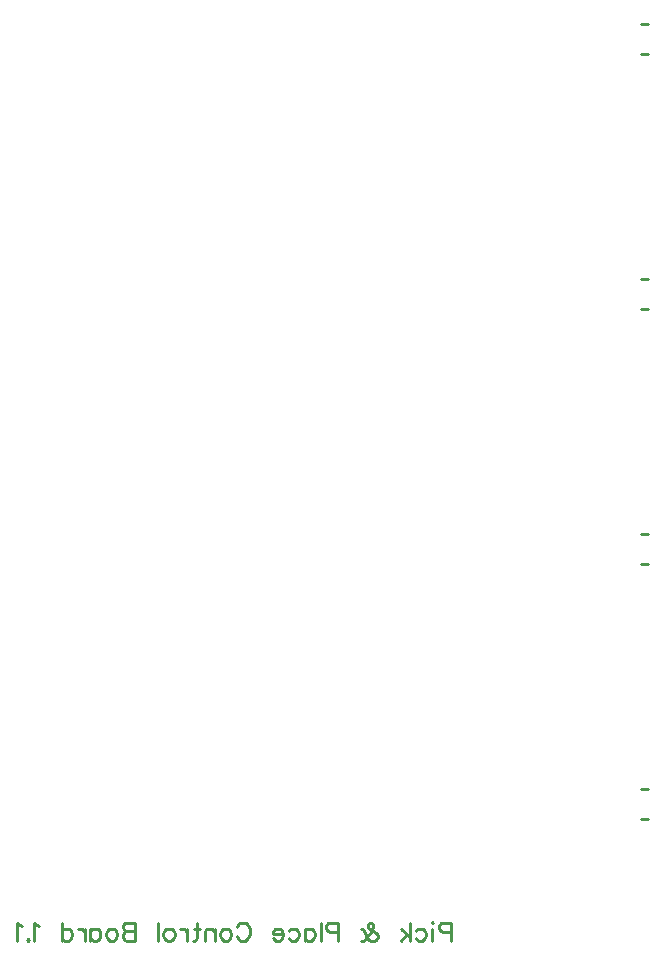
<source format=gbr>
G04 DipTrace Beta 2.3.5.2*
%INBottomSilk.gbr*%
%MOMM*%
%ADD10C,0.25*%
%ADD68C,0.235*%
%FSLAX53Y53*%
G04*
G71*
G90*
G75*
G01*
%LNBotSilk*%
%LPD*%
X74443Y87650D2*
D10*
X75042D1*
X74443Y90150D2*
X75042D1*
X74443Y22880D2*
X75042D1*
X74443Y25380D2*
X75042D1*
X74443Y44470D2*
X75042D1*
X74443Y46970D2*
X75042D1*
X74443Y66060D2*
X75042D1*
X74443Y68560D2*
X75042D1*
X58356Y13271D2*
D68*
X57699D1*
X57481Y13343D1*
X57407Y13417D1*
X57335Y13562D1*
Y13781D1*
X57407Y13926D1*
X57481Y14000D1*
X57699Y14073D1*
X58356D1*
Y12541D1*
X56864Y14073D2*
X56792Y14000D1*
X56718Y14073D1*
X56792Y14147D1*
X56864Y14073D1*
X56792Y13562D2*
Y12541D1*
X55371Y13343D2*
X55518Y13490D1*
X55664Y13562D1*
X55882D1*
X56028Y13490D1*
X56173Y13343D1*
X56247Y13124D1*
Y12979D1*
X56173Y12760D1*
X56028Y12616D1*
X55882Y12541D1*
X55664D1*
X55518Y12616D1*
X55371Y12760D1*
X54901Y14073D2*
Y12541D1*
X54171Y13562D2*
X54901Y12833D1*
X54609Y13124D2*
X54099Y12541D1*
X50762Y13562D2*
X50836D1*
X50909Y13488D1*
X50981Y13343D1*
X51128Y12979D1*
X51272Y12760D1*
X51417Y12614D1*
X51564Y12541D1*
X51855D1*
X52000Y12614D1*
X52074Y12688D1*
X52147Y12833D1*
Y12979D1*
X52074Y13124D1*
X52000Y13197D1*
X51491Y13488D1*
X51417Y13562D1*
X51345Y13707D1*
Y13854D1*
X51417Y13999D1*
X51564Y14071D1*
X51709Y13999D1*
X51783Y13854D1*
Y13707D1*
X51709Y13488D1*
X51564Y13271D1*
X51200Y12760D1*
X51053Y12614D1*
X50909Y12541D1*
X50762D1*
X48810Y13271D2*
X48153D1*
X47936Y13343D1*
X47862Y13417D1*
X47789Y13562D1*
Y13781D1*
X47862Y13926D1*
X47936Y14000D1*
X48153Y14073D1*
X48810D1*
Y12541D1*
X47319Y14073D2*
Y12541D1*
X45974Y13562D2*
Y12541D1*
Y13343D2*
X46119Y13490D1*
X46265Y13562D1*
X46482D1*
X46629Y13490D1*
X46774Y13343D1*
X46848Y13124D1*
Y12979D1*
X46774Y12760D1*
X46629Y12616D1*
X46482Y12541D1*
X46265D1*
X46119Y12616D1*
X45974Y12760D1*
X44627Y13343D2*
X44774Y13490D1*
X44920Y13562D1*
X45138D1*
X45284Y13490D1*
X45429Y13343D1*
X45503Y13124D1*
Y12979D1*
X45429Y12760D1*
X45284Y12616D1*
X45138Y12541D1*
X44920D1*
X44774Y12616D1*
X44627Y12760D1*
X44156Y13124D2*
X43282D1*
Y13271D1*
X43355Y13417D1*
X43427Y13490D1*
X43574Y13562D1*
X43793D1*
X43937Y13490D1*
X44084Y13343D1*
X44156Y13124D1*
Y12979D1*
X44084Y12760D1*
X43937Y12616D1*
X43793Y12541D1*
X43574D1*
X43427Y12616D1*
X43282Y12760D1*
X40237Y13709D2*
X40309Y13854D1*
X40456Y14000D1*
X40601Y14073D1*
X40892D1*
X41039Y14000D1*
X41184Y13854D1*
X41258Y13709D1*
X41330Y13490D1*
Y13124D1*
X41258Y12907D1*
X41184Y12760D1*
X41039Y12616D1*
X40892Y12541D1*
X40601D1*
X40456Y12616D1*
X40309Y12760D1*
X40237Y12907D1*
X39402Y13562D2*
X39547Y13490D1*
X39694Y13343D1*
X39766Y13124D1*
Y12979D1*
X39694Y12760D1*
X39547Y12616D1*
X39402Y12541D1*
X39183D1*
X39037Y12616D1*
X38892Y12760D1*
X38818Y12979D1*
Y13124D1*
X38892Y13343D1*
X39037Y13490D1*
X39183Y13562D1*
X39402D1*
X38347D2*
Y12541D1*
Y13271D2*
X38128Y13490D1*
X37982Y13562D1*
X37764D1*
X37618Y13490D1*
X37545Y13271D1*
Y12541D1*
X36856Y14073D2*
Y12833D1*
X36783Y12616D1*
X36637Y12541D1*
X36492D1*
X37075Y13562D2*
X36564D1*
X36021D2*
Y12541D1*
Y13124D2*
X35947Y13343D1*
X35802Y13490D1*
X35656Y13562D1*
X35437D1*
X34602D2*
X34747Y13490D1*
X34894Y13343D1*
X34966Y13124D1*
Y12979D1*
X34894Y12760D1*
X34747Y12616D1*
X34602Y12541D1*
X34383D1*
X34237Y12616D1*
X34092Y12760D1*
X34018Y12979D1*
Y13124D1*
X34092Y13343D1*
X34237Y13490D1*
X34383Y13562D1*
X34602D1*
X33547Y14073D2*
Y12541D1*
X31595Y14073D2*
Y12541D1*
X30938D1*
X30719Y12616D1*
X30647Y12688D1*
X30574Y12833D1*
Y13052D1*
X30647Y13198D1*
X30719Y13271D1*
X30938Y13343D1*
X30719Y13417D1*
X30647Y13490D1*
X30574Y13635D1*
Y13781D1*
X30647Y13926D1*
X30719Y14000D1*
X30938Y14073D1*
X31595D1*
Y13343D2*
X30938D1*
X29740Y13562D2*
X29885Y13490D1*
X30031Y13343D1*
X30104Y13124D1*
Y12979D1*
X30031Y12760D1*
X29885Y12616D1*
X29740Y12541D1*
X29521D1*
X29374Y12616D1*
X29229Y12760D1*
X29155Y12979D1*
Y13124D1*
X29229Y13343D1*
X29374Y13490D1*
X29521Y13562D1*
X29740D1*
X27810D2*
Y12541D1*
Y13343D2*
X27955Y13490D1*
X28102Y13562D1*
X28319D1*
X28466Y13490D1*
X28611Y13343D1*
X28685Y13124D1*
Y12979D1*
X28611Y12760D1*
X28466Y12616D1*
X28319Y12541D1*
X28102D1*
X27955Y12616D1*
X27810Y12760D1*
X27340Y13562D2*
Y12541D1*
Y13124D2*
X27266Y13343D1*
X27121Y13490D1*
X26974Y13562D1*
X26755D1*
X25410Y14073D2*
Y12541D1*
Y13343D2*
X25555Y13490D1*
X25702Y13562D1*
X25921D1*
X26066Y13490D1*
X26212Y13343D1*
X26285Y13124D1*
Y12979D1*
X26212Y12760D1*
X26066Y12616D1*
X25921Y12541D1*
X25702D1*
X25555Y12616D1*
X25410Y12760D1*
X23458Y13780D2*
X23312Y13854D1*
X23093Y14071D1*
Y12541D1*
X22550Y12688D2*
X22622Y12614D1*
X22550Y12541D1*
X22476Y12614D1*
X22550Y12688D1*
X22005Y13780D2*
X21859Y13854D1*
X21640Y14071D1*
Y12541D1*
M02*

</source>
